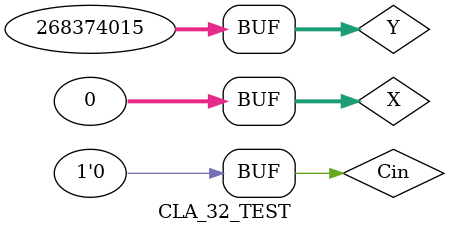
<source format=v>
`timescale 1ns / 1ps


module CLA_32(X,Y,Cin,S,Cout);
    input [31:0] X, Y;
    input Cin;
    output[31:0]S;
    output Cout;
    wire Cout0,Cout1,Cout2,Cout3,Cout4,Cout5,Cout6;
    CLA_4 add0(X[3:0],Y[3:0],Cin,S[3:0],Cout0);
    CLA_4 add1(X[7:4],Y[7:4],Cout0,S[7:4],Cout1);
    CLA_4 add2(X[11:8],Y[11:8],Cout1,S[11:8],Cout2);
    CLA_4 add3(X[15:12],Y[15:12],Cout2,S[15:12],Cout3);
    CLA_4 add4(X[19:16],Y[19:16],Cout3,S[19:16],Cout4);
    CLA_4 add5(X[23:20],Y[23:20],Cout4,S[23:20],Cout5);
    CLA_4 add6(X[27:24],Y[27:24],Cout5,S[27:24],Cout6);
    CLA_4 add7(X[31:28],Y[31:28],Cout6,S[31:28],Cout);
//    CLA_4 add0(X[0],X[1],X[2],X[3],Y[0],Y[1],Y[2],Y[3],Cin,S[0],S[1],S[2],S[3],Cout0);
//    CLA_4 add1(X[4],X[5],X[6],X[7],Y[4],Y[5],Y[6],Y[7],Cout0,S[4],S[5],S[6],S[7],Cout1);
//    CLA_4 add2(X[8],X[9],X[10],X[11],Y[8],Y[9],Y[10],Y[11],Cout1,S[8],S[9],S[10],S[11],Cout2);
//    CLA_4 add3(X[12],X[13],X[14],X[15],Y[12],Y[13],Y[14],Y[15],Cout2,S[12],S[13],S[14],S[15],Cout3);
//    CLA_4 add4(X[16],X[17],X[18],X[19],Y[16],Y[17],Y[18],Y[19],Cout3,S[16],S[17],S[18],S[19],Cout4);     
//    CLA_4 add5(X[20],X[21],X[22],X[23],Y[20],Y[21],Y[22],Y[23],Cout4,S[20],S[21],S[22],S[23],Cout5);     
//    CLA_4 add6(X[24],X[25],X[26],X[27],Y[24],Y[25],Y[26],Y[27],Cout5,S[24],S[25],S[26],S[27],Cout6);     
//    CLA_4 add7(X[28],X[29],X[30],X[31],Y[28],Y[29],Y[30],Y[31],Cout6,S[28],S[29],S[30],S[31],Cout);          
 endmodule
 
 module CLA_32_TEST;
     reg [31:0] X, Y;
     reg Cin;
     wire[31:0]S;
     wire Cout;
     CLA_32 uut (.X(X),.Y(Y),.Cin(Cin),.S(S),.Cout(Cout));
     initial begin
         X='b00000000000000000000000000000000;
         Y='b00001111111111110000111111111111;
         Cin=0;
     end
 endmodule
</source>
